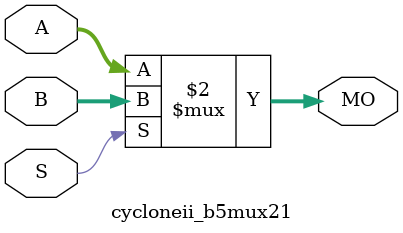
<source format=v>
module cycloneii_b5mux21 (MO, A, B, S);
   input [4:0] A, B;
   input       S;
   output [4:0] MO; 
   assign MO = (S == 1) ? B : A; 
endmodule
</source>
